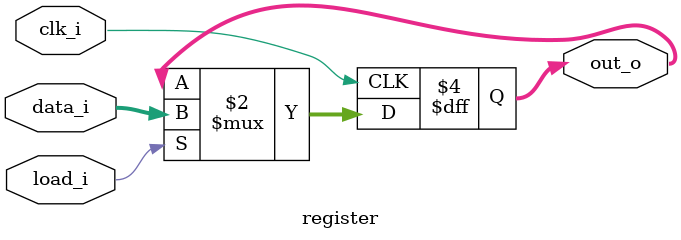
<source format=v>
`timescale 1ns/1ps


// -----------------------------------------------------------------------------
// Module: register
// Description: 8-bit register with load enable and synchronous reset to 0
// -----------------------------------------------------------------------------
module register (
  input        clk_i,   // Clock input
  input        load_i,  // Load enable
  input [7:0]  data_i,  // Input data
  output reg [7:0]  out_o    // Output register value
);

  always @(posedge clk_i) begin
    if (load_i) begin
      out_o <= data_i;
    end
  end

endmodule : register
</source>
